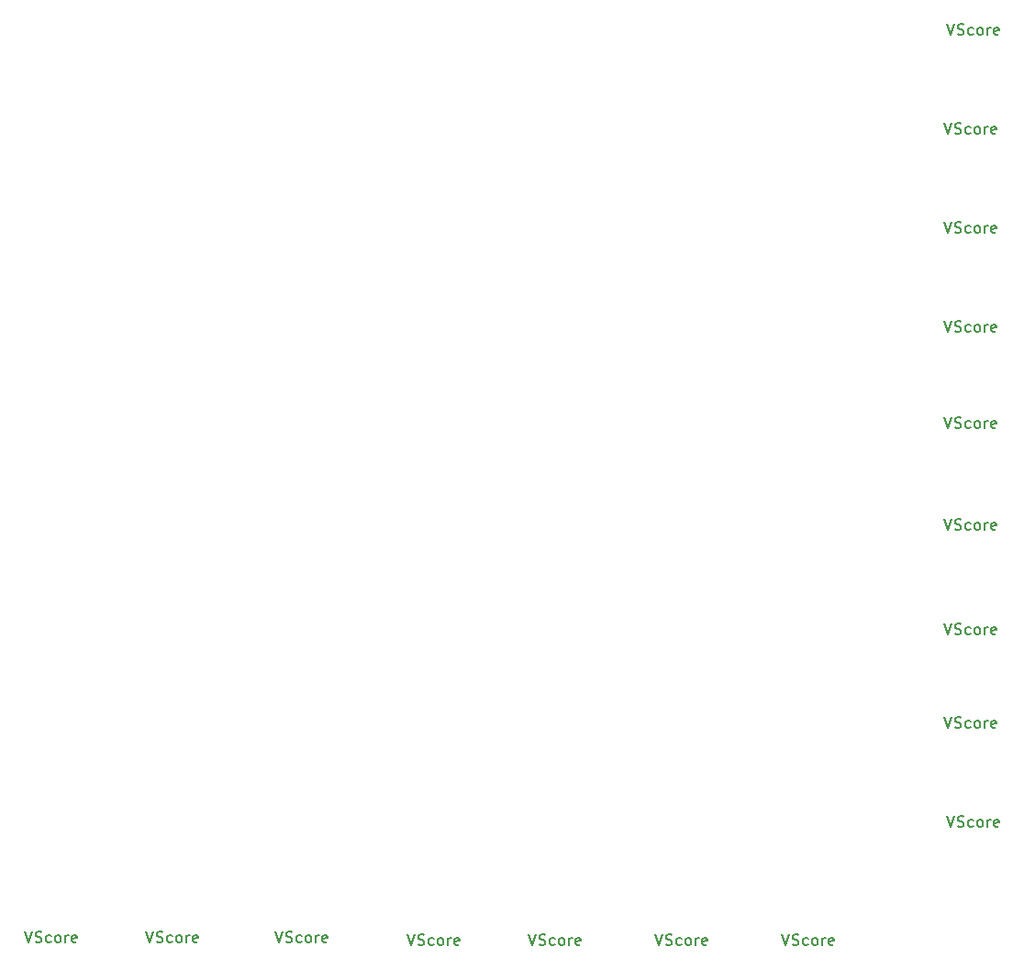
<source format=gbr>
G04 #@! TF.GenerationSoftware,KiCad,Pcbnew,(5.1.4)-1*
G04 #@! TF.CreationDate,2020-04-16T14:38:52+01:00*
G04 #@! TF.ProjectId,sot23Breakout,736f7432-3342-4726-9561-6b6f75742e6b,rev?*
G04 #@! TF.SameCoordinates,Original*
G04 #@! TF.FileFunction,Other,Comment*
%FSLAX46Y46*%
G04 Gerber Fmt 4.6, Leading zero omitted, Abs format (unit mm)*
G04 Created by KiCad (PCBNEW (5.1.4)-1) date 2020-04-16 14:38:52*
%MOMM*%
%LPD*%
G04 APERTURE LIST*
%ADD10C,0.150000*%
G04 APERTURE END LIST*
D10*
X148955428Y-53554380D02*
X149288761Y-54554380D01*
X149622095Y-53554380D01*
X149907809Y-54506761D02*
X150050666Y-54554380D01*
X150288761Y-54554380D01*
X150384000Y-54506761D01*
X150431619Y-54459142D01*
X150479238Y-54363904D01*
X150479238Y-54268666D01*
X150431619Y-54173428D01*
X150384000Y-54125809D01*
X150288761Y-54078190D01*
X150098285Y-54030571D01*
X150003047Y-53982952D01*
X149955428Y-53935333D01*
X149907809Y-53840095D01*
X149907809Y-53744857D01*
X149955428Y-53649619D01*
X150003047Y-53602000D01*
X150098285Y-53554380D01*
X150336380Y-53554380D01*
X150479238Y-53602000D01*
X151336380Y-54506761D02*
X151241142Y-54554380D01*
X151050666Y-54554380D01*
X150955428Y-54506761D01*
X150907809Y-54459142D01*
X150860190Y-54363904D01*
X150860190Y-54078190D01*
X150907809Y-53982952D01*
X150955428Y-53935333D01*
X151050666Y-53887714D01*
X151241142Y-53887714D01*
X151336380Y-53935333D01*
X151907809Y-54554380D02*
X151812571Y-54506761D01*
X151764952Y-54459142D01*
X151717333Y-54363904D01*
X151717333Y-54078190D01*
X151764952Y-53982952D01*
X151812571Y-53935333D01*
X151907809Y-53887714D01*
X152050666Y-53887714D01*
X152145904Y-53935333D01*
X152193523Y-53982952D01*
X152241142Y-54078190D01*
X152241142Y-54363904D01*
X152193523Y-54459142D01*
X152145904Y-54506761D01*
X152050666Y-54554380D01*
X151907809Y-54554380D01*
X152669714Y-54554380D02*
X152669714Y-53887714D01*
X152669714Y-54078190D02*
X152717333Y-53982952D01*
X152764952Y-53935333D01*
X152860190Y-53887714D01*
X152955428Y-53887714D01*
X153669714Y-54506761D02*
X153574476Y-54554380D01*
X153384000Y-54554380D01*
X153288761Y-54506761D01*
X153241142Y-54411523D01*
X153241142Y-54030571D01*
X153288761Y-53935333D01*
X153384000Y-53887714D01*
X153574476Y-53887714D01*
X153669714Y-53935333D01*
X153717333Y-54030571D01*
X153717333Y-54125809D01*
X153241142Y-54221047D01*
X148701428Y-62698380D02*
X149034761Y-63698380D01*
X149368095Y-62698380D01*
X149653809Y-63650761D02*
X149796666Y-63698380D01*
X150034761Y-63698380D01*
X150130000Y-63650761D01*
X150177619Y-63603142D01*
X150225238Y-63507904D01*
X150225238Y-63412666D01*
X150177619Y-63317428D01*
X150130000Y-63269809D01*
X150034761Y-63222190D01*
X149844285Y-63174571D01*
X149749047Y-63126952D01*
X149701428Y-63079333D01*
X149653809Y-62984095D01*
X149653809Y-62888857D01*
X149701428Y-62793619D01*
X149749047Y-62746000D01*
X149844285Y-62698380D01*
X150082380Y-62698380D01*
X150225238Y-62746000D01*
X151082380Y-63650761D02*
X150987142Y-63698380D01*
X150796666Y-63698380D01*
X150701428Y-63650761D01*
X150653809Y-63603142D01*
X150606190Y-63507904D01*
X150606190Y-63222190D01*
X150653809Y-63126952D01*
X150701428Y-63079333D01*
X150796666Y-63031714D01*
X150987142Y-63031714D01*
X151082380Y-63079333D01*
X151653809Y-63698380D02*
X151558571Y-63650761D01*
X151510952Y-63603142D01*
X151463333Y-63507904D01*
X151463333Y-63222190D01*
X151510952Y-63126952D01*
X151558571Y-63079333D01*
X151653809Y-63031714D01*
X151796666Y-63031714D01*
X151891904Y-63079333D01*
X151939523Y-63126952D01*
X151987142Y-63222190D01*
X151987142Y-63507904D01*
X151939523Y-63603142D01*
X151891904Y-63650761D01*
X151796666Y-63698380D01*
X151653809Y-63698380D01*
X152415714Y-63698380D02*
X152415714Y-63031714D01*
X152415714Y-63222190D02*
X152463333Y-63126952D01*
X152510952Y-63079333D01*
X152606190Y-63031714D01*
X152701428Y-63031714D01*
X153415714Y-63650761D02*
X153320476Y-63698380D01*
X153130000Y-63698380D01*
X153034761Y-63650761D01*
X152987142Y-63555523D01*
X152987142Y-63174571D01*
X153034761Y-63079333D01*
X153130000Y-63031714D01*
X153320476Y-63031714D01*
X153415714Y-63079333D01*
X153463333Y-63174571D01*
X153463333Y-63269809D01*
X152987142Y-63365047D01*
X148701428Y-71842380D02*
X149034761Y-72842380D01*
X149368095Y-71842380D01*
X149653809Y-72794761D02*
X149796666Y-72842380D01*
X150034761Y-72842380D01*
X150130000Y-72794761D01*
X150177619Y-72747142D01*
X150225238Y-72651904D01*
X150225238Y-72556666D01*
X150177619Y-72461428D01*
X150130000Y-72413809D01*
X150034761Y-72366190D01*
X149844285Y-72318571D01*
X149749047Y-72270952D01*
X149701428Y-72223333D01*
X149653809Y-72128095D01*
X149653809Y-72032857D01*
X149701428Y-71937619D01*
X149749047Y-71890000D01*
X149844285Y-71842380D01*
X150082380Y-71842380D01*
X150225238Y-71890000D01*
X151082380Y-72794761D02*
X150987142Y-72842380D01*
X150796666Y-72842380D01*
X150701428Y-72794761D01*
X150653809Y-72747142D01*
X150606190Y-72651904D01*
X150606190Y-72366190D01*
X150653809Y-72270952D01*
X150701428Y-72223333D01*
X150796666Y-72175714D01*
X150987142Y-72175714D01*
X151082380Y-72223333D01*
X151653809Y-72842380D02*
X151558571Y-72794761D01*
X151510952Y-72747142D01*
X151463333Y-72651904D01*
X151463333Y-72366190D01*
X151510952Y-72270952D01*
X151558571Y-72223333D01*
X151653809Y-72175714D01*
X151796666Y-72175714D01*
X151891904Y-72223333D01*
X151939523Y-72270952D01*
X151987142Y-72366190D01*
X151987142Y-72651904D01*
X151939523Y-72747142D01*
X151891904Y-72794761D01*
X151796666Y-72842380D01*
X151653809Y-72842380D01*
X152415714Y-72842380D02*
X152415714Y-72175714D01*
X152415714Y-72366190D02*
X152463333Y-72270952D01*
X152510952Y-72223333D01*
X152606190Y-72175714D01*
X152701428Y-72175714D01*
X153415714Y-72794761D02*
X153320476Y-72842380D01*
X153130000Y-72842380D01*
X153034761Y-72794761D01*
X152987142Y-72699523D01*
X152987142Y-72318571D01*
X153034761Y-72223333D01*
X153130000Y-72175714D01*
X153320476Y-72175714D01*
X153415714Y-72223333D01*
X153463333Y-72318571D01*
X153463333Y-72413809D01*
X152987142Y-72509047D01*
X148701428Y-80986380D02*
X149034761Y-81986380D01*
X149368095Y-80986380D01*
X149653809Y-81938761D02*
X149796666Y-81986380D01*
X150034761Y-81986380D01*
X150130000Y-81938761D01*
X150177619Y-81891142D01*
X150225238Y-81795904D01*
X150225238Y-81700666D01*
X150177619Y-81605428D01*
X150130000Y-81557809D01*
X150034761Y-81510190D01*
X149844285Y-81462571D01*
X149749047Y-81414952D01*
X149701428Y-81367333D01*
X149653809Y-81272095D01*
X149653809Y-81176857D01*
X149701428Y-81081619D01*
X149749047Y-81034000D01*
X149844285Y-80986380D01*
X150082380Y-80986380D01*
X150225238Y-81034000D01*
X151082380Y-81938761D02*
X150987142Y-81986380D01*
X150796666Y-81986380D01*
X150701428Y-81938761D01*
X150653809Y-81891142D01*
X150606190Y-81795904D01*
X150606190Y-81510190D01*
X150653809Y-81414952D01*
X150701428Y-81367333D01*
X150796666Y-81319714D01*
X150987142Y-81319714D01*
X151082380Y-81367333D01*
X151653809Y-81986380D02*
X151558571Y-81938761D01*
X151510952Y-81891142D01*
X151463333Y-81795904D01*
X151463333Y-81510190D01*
X151510952Y-81414952D01*
X151558571Y-81367333D01*
X151653809Y-81319714D01*
X151796666Y-81319714D01*
X151891904Y-81367333D01*
X151939523Y-81414952D01*
X151987142Y-81510190D01*
X151987142Y-81795904D01*
X151939523Y-81891142D01*
X151891904Y-81938761D01*
X151796666Y-81986380D01*
X151653809Y-81986380D01*
X152415714Y-81986380D02*
X152415714Y-81319714D01*
X152415714Y-81510190D02*
X152463333Y-81414952D01*
X152510952Y-81367333D01*
X152606190Y-81319714D01*
X152701428Y-81319714D01*
X153415714Y-81938761D02*
X153320476Y-81986380D01*
X153130000Y-81986380D01*
X153034761Y-81938761D01*
X152987142Y-81843523D01*
X152987142Y-81462571D01*
X153034761Y-81367333D01*
X153130000Y-81319714D01*
X153320476Y-81319714D01*
X153415714Y-81367333D01*
X153463333Y-81462571D01*
X153463333Y-81557809D01*
X152987142Y-81653047D01*
X148701428Y-89876380D02*
X149034761Y-90876380D01*
X149368095Y-89876380D01*
X149653809Y-90828761D02*
X149796666Y-90876380D01*
X150034761Y-90876380D01*
X150130000Y-90828761D01*
X150177619Y-90781142D01*
X150225238Y-90685904D01*
X150225238Y-90590666D01*
X150177619Y-90495428D01*
X150130000Y-90447809D01*
X150034761Y-90400190D01*
X149844285Y-90352571D01*
X149749047Y-90304952D01*
X149701428Y-90257333D01*
X149653809Y-90162095D01*
X149653809Y-90066857D01*
X149701428Y-89971619D01*
X149749047Y-89924000D01*
X149844285Y-89876380D01*
X150082380Y-89876380D01*
X150225238Y-89924000D01*
X151082380Y-90828761D02*
X150987142Y-90876380D01*
X150796666Y-90876380D01*
X150701428Y-90828761D01*
X150653809Y-90781142D01*
X150606190Y-90685904D01*
X150606190Y-90400190D01*
X150653809Y-90304952D01*
X150701428Y-90257333D01*
X150796666Y-90209714D01*
X150987142Y-90209714D01*
X151082380Y-90257333D01*
X151653809Y-90876380D02*
X151558571Y-90828761D01*
X151510952Y-90781142D01*
X151463333Y-90685904D01*
X151463333Y-90400190D01*
X151510952Y-90304952D01*
X151558571Y-90257333D01*
X151653809Y-90209714D01*
X151796666Y-90209714D01*
X151891904Y-90257333D01*
X151939523Y-90304952D01*
X151987142Y-90400190D01*
X151987142Y-90685904D01*
X151939523Y-90781142D01*
X151891904Y-90828761D01*
X151796666Y-90876380D01*
X151653809Y-90876380D01*
X152415714Y-90876380D02*
X152415714Y-90209714D01*
X152415714Y-90400190D02*
X152463333Y-90304952D01*
X152510952Y-90257333D01*
X152606190Y-90209714D01*
X152701428Y-90209714D01*
X153415714Y-90828761D02*
X153320476Y-90876380D01*
X153130000Y-90876380D01*
X153034761Y-90828761D01*
X152987142Y-90733523D01*
X152987142Y-90352571D01*
X153034761Y-90257333D01*
X153130000Y-90209714D01*
X153320476Y-90209714D01*
X153415714Y-90257333D01*
X153463333Y-90352571D01*
X153463333Y-90447809D01*
X152987142Y-90543047D01*
X148701428Y-99274380D02*
X149034761Y-100274380D01*
X149368095Y-99274380D01*
X149653809Y-100226761D02*
X149796666Y-100274380D01*
X150034761Y-100274380D01*
X150130000Y-100226761D01*
X150177619Y-100179142D01*
X150225238Y-100083904D01*
X150225238Y-99988666D01*
X150177619Y-99893428D01*
X150130000Y-99845809D01*
X150034761Y-99798190D01*
X149844285Y-99750571D01*
X149749047Y-99702952D01*
X149701428Y-99655333D01*
X149653809Y-99560095D01*
X149653809Y-99464857D01*
X149701428Y-99369619D01*
X149749047Y-99322000D01*
X149844285Y-99274380D01*
X150082380Y-99274380D01*
X150225238Y-99322000D01*
X151082380Y-100226761D02*
X150987142Y-100274380D01*
X150796666Y-100274380D01*
X150701428Y-100226761D01*
X150653809Y-100179142D01*
X150606190Y-100083904D01*
X150606190Y-99798190D01*
X150653809Y-99702952D01*
X150701428Y-99655333D01*
X150796666Y-99607714D01*
X150987142Y-99607714D01*
X151082380Y-99655333D01*
X151653809Y-100274380D02*
X151558571Y-100226761D01*
X151510952Y-100179142D01*
X151463333Y-100083904D01*
X151463333Y-99798190D01*
X151510952Y-99702952D01*
X151558571Y-99655333D01*
X151653809Y-99607714D01*
X151796666Y-99607714D01*
X151891904Y-99655333D01*
X151939523Y-99702952D01*
X151987142Y-99798190D01*
X151987142Y-100083904D01*
X151939523Y-100179142D01*
X151891904Y-100226761D01*
X151796666Y-100274380D01*
X151653809Y-100274380D01*
X152415714Y-100274380D02*
X152415714Y-99607714D01*
X152415714Y-99798190D02*
X152463333Y-99702952D01*
X152510952Y-99655333D01*
X152606190Y-99607714D01*
X152701428Y-99607714D01*
X153415714Y-100226761D02*
X153320476Y-100274380D01*
X153130000Y-100274380D01*
X153034761Y-100226761D01*
X152987142Y-100131523D01*
X152987142Y-99750571D01*
X153034761Y-99655333D01*
X153130000Y-99607714D01*
X153320476Y-99607714D01*
X153415714Y-99655333D01*
X153463333Y-99750571D01*
X153463333Y-99845809D01*
X152987142Y-99941047D01*
X148701428Y-108926380D02*
X149034761Y-109926380D01*
X149368095Y-108926380D01*
X149653809Y-109878761D02*
X149796666Y-109926380D01*
X150034761Y-109926380D01*
X150130000Y-109878761D01*
X150177619Y-109831142D01*
X150225238Y-109735904D01*
X150225238Y-109640666D01*
X150177619Y-109545428D01*
X150130000Y-109497809D01*
X150034761Y-109450190D01*
X149844285Y-109402571D01*
X149749047Y-109354952D01*
X149701428Y-109307333D01*
X149653809Y-109212095D01*
X149653809Y-109116857D01*
X149701428Y-109021619D01*
X149749047Y-108974000D01*
X149844285Y-108926380D01*
X150082380Y-108926380D01*
X150225238Y-108974000D01*
X151082380Y-109878761D02*
X150987142Y-109926380D01*
X150796666Y-109926380D01*
X150701428Y-109878761D01*
X150653809Y-109831142D01*
X150606190Y-109735904D01*
X150606190Y-109450190D01*
X150653809Y-109354952D01*
X150701428Y-109307333D01*
X150796666Y-109259714D01*
X150987142Y-109259714D01*
X151082380Y-109307333D01*
X151653809Y-109926380D02*
X151558571Y-109878761D01*
X151510952Y-109831142D01*
X151463333Y-109735904D01*
X151463333Y-109450190D01*
X151510952Y-109354952D01*
X151558571Y-109307333D01*
X151653809Y-109259714D01*
X151796666Y-109259714D01*
X151891904Y-109307333D01*
X151939523Y-109354952D01*
X151987142Y-109450190D01*
X151987142Y-109735904D01*
X151939523Y-109831142D01*
X151891904Y-109878761D01*
X151796666Y-109926380D01*
X151653809Y-109926380D01*
X152415714Y-109926380D02*
X152415714Y-109259714D01*
X152415714Y-109450190D02*
X152463333Y-109354952D01*
X152510952Y-109307333D01*
X152606190Y-109259714D01*
X152701428Y-109259714D01*
X153415714Y-109878761D02*
X153320476Y-109926380D01*
X153130000Y-109926380D01*
X153034761Y-109878761D01*
X152987142Y-109783523D01*
X152987142Y-109402571D01*
X153034761Y-109307333D01*
X153130000Y-109259714D01*
X153320476Y-109259714D01*
X153415714Y-109307333D01*
X153463333Y-109402571D01*
X153463333Y-109497809D01*
X152987142Y-109593047D01*
X148701428Y-117562380D02*
X149034761Y-118562380D01*
X149368095Y-117562380D01*
X149653809Y-118514761D02*
X149796666Y-118562380D01*
X150034761Y-118562380D01*
X150130000Y-118514761D01*
X150177619Y-118467142D01*
X150225238Y-118371904D01*
X150225238Y-118276666D01*
X150177619Y-118181428D01*
X150130000Y-118133809D01*
X150034761Y-118086190D01*
X149844285Y-118038571D01*
X149749047Y-117990952D01*
X149701428Y-117943333D01*
X149653809Y-117848095D01*
X149653809Y-117752857D01*
X149701428Y-117657619D01*
X149749047Y-117610000D01*
X149844285Y-117562380D01*
X150082380Y-117562380D01*
X150225238Y-117610000D01*
X151082380Y-118514761D02*
X150987142Y-118562380D01*
X150796666Y-118562380D01*
X150701428Y-118514761D01*
X150653809Y-118467142D01*
X150606190Y-118371904D01*
X150606190Y-118086190D01*
X150653809Y-117990952D01*
X150701428Y-117943333D01*
X150796666Y-117895714D01*
X150987142Y-117895714D01*
X151082380Y-117943333D01*
X151653809Y-118562380D02*
X151558571Y-118514761D01*
X151510952Y-118467142D01*
X151463333Y-118371904D01*
X151463333Y-118086190D01*
X151510952Y-117990952D01*
X151558571Y-117943333D01*
X151653809Y-117895714D01*
X151796666Y-117895714D01*
X151891904Y-117943333D01*
X151939523Y-117990952D01*
X151987142Y-118086190D01*
X151987142Y-118371904D01*
X151939523Y-118467142D01*
X151891904Y-118514761D01*
X151796666Y-118562380D01*
X151653809Y-118562380D01*
X152415714Y-118562380D02*
X152415714Y-117895714D01*
X152415714Y-118086190D02*
X152463333Y-117990952D01*
X152510952Y-117943333D01*
X152606190Y-117895714D01*
X152701428Y-117895714D01*
X153415714Y-118514761D02*
X153320476Y-118562380D01*
X153130000Y-118562380D01*
X153034761Y-118514761D01*
X152987142Y-118419523D01*
X152987142Y-118038571D01*
X153034761Y-117943333D01*
X153130000Y-117895714D01*
X153320476Y-117895714D01*
X153415714Y-117943333D01*
X153463333Y-118038571D01*
X153463333Y-118133809D01*
X152987142Y-118229047D01*
X148955428Y-126706380D02*
X149288761Y-127706380D01*
X149622095Y-126706380D01*
X149907809Y-127658761D02*
X150050666Y-127706380D01*
X150288761Y-127706380D01*
X150384000Y-127658761D01*
X150431619Y-127611142D01*
X150479238Y-127515904D01*
X150479238Y-127420666D01*
X150431619Y-127325428D01*
X150384000Y-127277809D01*
X150288761Y-127230190D01*
X150098285Y-127182571D01*
X150003047Y-127134952D01*
X149955428Y-127087333D01*
X149907809Y-126992095D01*
X149907809Y-126896857D01*
X149955428Y-126801619D01*
X150003047Y-126754000D01*
X150098285Y-126706380D01*
X150336380Y-126706380D01*
X150479238Y-126754000D01*
X151336380Y-127658761D02*
X151241142Y-127706380D01*
X151050666Y-127706380D01*
X150955428Y-127658761D01*
X150907809Y-127611142D01*
X150860190Y-127515904D01*
X150860190Y-127230190D01*
X150907809Y-127134952D01*
X150955428Y-127087333D01*
X151050666Y-127039714D01*
X151241142Y-127039714D01*
X151336380Y-127087333D01*
X151907809Y-127706380D02*
X151812571Y-127658761D01*
X151764952Y-127611142D01*
X151717333Y-127515904D01*
X151717333Y-127230190D01*
X151764952Y-127134952D01*
X151812571Y-127087333D01*
X151907809Y-127039714D01*
X152050666Y-127039714D01*
X152145904Y-127087333D01*
X152193523Y-127134952D01*
X152241142Y-127230190D01*
X152241142Y-127515904D01*
X152193523Y-127611142D01*
X152145904Y-127658761D01*
X152050666Y-127706380D01*
X151907809Y-127706380D01*
X152669714Y-127706380D02*
X152669714Y-127039714D01*
X152669714Y-127230190D02*
X152717333Y-127134952D01*
X152764952Y-127087333D01*
X152860190Y-127039714D01*
X152955428Y-127039714D01*
X153669714Y-127658761D02*
X153574476Y-127706380D01*
X153384000Y-127706380D01*
X153288761Y-127658761D01*
X153241142Y-127563523D01*
X153241142Y-127182571D01*
X153288761Y-127087333D01*
X153384000Y-127039714D01*
X153574476Y-127039714D01*
X153669714Y-127087333D01*
X153717333Y-127182571D01*
X153717333Y-127277809D01*
X153241142Y-127373047D01*
X133715428Y-137628380D02*
X134048761Y-138628380D01*
X134382095Y-137628380D01*
X134667809Y-138580761D02*
X134810666Y-138628380D01*
X135048761Y-138628380D01*
X135144000Y-138580761D01*
X135191619Y-138533142D01*
X135239238Y-138437904D01*
X135239238Y-138342666D01*
X135191619Y-138247428D01*
X135144000Y-138199809D01*
X135048761Y-138152190D01*
X134858285Y-138104571D01*
X134763047Y-138056952D01*
X134715428Y-138009333D01*
X134667809Y-137914095D01*
X134667809Y-137818857D01*
X134715428Y-137723619D01*
X134763047Y-137676000D01*
X134858285Y-137628380D01*
X135096380Y-137628380D01*
X135239238Y-137676000D01*
X136096380Y-138580761D02*
X136001142Y-138628380D01*
X135810666Y-138628380D01*
X135715428Y-138580761D01*
X135667809Y-138533142D01*
X135620190Y-138437904D01*
X135620190Y-138152190D01*
X135667809Y-138056952D01*
X135715428Y-138009333D01*
X135810666Y-137961714D01*
X136001142Y-137961714D01*
X136096380Y-138009333D01*
X136667809Y-138628380D02*
X136572571Y-138580761D01*
X136524952Y-138533142D01*
X136477333Y-138437904D01*
X136477333Y-138152190D01*
X136524952Y-138056952D01*
X136572571Y-138009333D01*
X136667809Y-137961714D01*
X136810666Y-137961714D01*
X136905904Y-138009333D01*
X136953523Y-138056952D01*
X137001142Y-138152190D01*
X137001142Y-138437904D01*
X136953523Y-138533142D01*
X136905904Y-138580761D01*
X136810666Y-138628380D01*
X136667809Y-138628380D01*
X137429714Y-138628380D02*
X137429714Y-137961714D01*
X137429714Y-138152190D02*
X137477333Y-138056952D01*
X137524952Y-138009333D01*
X137620190Y-137961714D01*
X137715428Y-137961714D01*
X138429714Y-138580761D02*
X138334476Y-138628380D01*
X138144000Y-138628380D01*
X138048761Y-138580761D01*
X138001142Y-138485523D01*
X138001142Y-138104571D01*
X138048761Y-138009333D01*
X138144000Y-137961714D01*
X138334476Y-137961714D01*
X138429714Y-138009333D01*
X138477333Y-138104571D01*
X138477333Y-138199809D01*
X138001142Y-138295047D01*
X122031428Y-137628380D02*
X122364761Y-138628380D01*
X122698095Y-137628380D01*
X122983809Y-138580761D02*
X123126666Y-138628380D01*
X123364761Y-138628380D01*
X123460000Y-138580761D01*
X123507619Y-138533142D01*
X123555238Y-138437904D01*
X123555238Y-138342666D01*
X123507619Y-138247428D01*
X123460000Y-138199809D01*
X123364761Y-138152190D01*
X123174285Y-138104571D01*
X123079047Y-138056952D01*
X123031428Y-138009333D01*
X122983809Y-137914095D01*
X122983809Y-137818857D01*
X123031428Y-137723619D01*
X123079047Y-137676000D01*
X123174285Y-137628380D01*
X123412380Y-137628380D01*
X123555238Y-137676000D01*
X124412380Y-138580761D02*
X124317142Y-138628380D01*
X124126666Y-138628380D01*
X124031428Y-138580761D01*
X123983809Y-138533142D01*
X123936190Y-138437904D01*
X123936190Y-138152190D01*
X123983809Y-138056952D01*
X124031428Y-138009333D01*
X124126666Y-137961714D01*
X124317142Y-137961714D01*
X124412380Y-138009333D01*
X124983809Y-138628380D02*
X124888571Y-138580761D01*
X124840952Y-138533142D01*
X124793333Y-138437904D01*
X124793333Y-138152190D01*
X124840952Y-138056952D01*
X124888571Y-138009333D01*
X124983809Y-137961714D01*
X125126666Y-137961714D01*
X125221904Y-138009333D01*
X125269523Y-138056952D01*
X125317142Y-138152190D01*
X125317142Y-138437904D01*
X125269523Y-138533142D01*
X125221904Y-138580761D01*
X125126666Y-138628380D01*
X124983809Y-138628380D01*
X125745714Y-138628380D02*
X125745714Y-137961714D01*
X125745714Y-138152190D02*
X125793333Y-138056952D01*
X125840952Y-138009333D01*
X125936190Y-137961714D01*
X126031428Y-137961714D01*
X126745714Y-138580761D02*
X126650476Y-138628380D01*
X126460000Y-138628380D01*
X126364761Y-138580761D01*
X126317142Y-138485523D01*
X126317142Y-138104571D01*
X126364761Y-138009333D01*
X126460000Y-137961714D01*
X126650476Y-137961714D01*
X126745714Y-138009333D01*
X126793333Y-138104571D01*
X126793333Y-138199809D01*
X126317142Y-138295047D01*
X110347428Y-137628380D02*
X110680761Y-138628380D01*
X111014095Y-137628380D01*
X111299809Y-138580761D02*
X111442666Y-138628380D01*
X111680761Y-138628380D01*
X111776000Y-138580761D01*
X111823619Y-138533142D01*
X111871238Y-138437904D01*
X111871238Y-138342666D01*
X111823619Y-138247428D01*
X111776000Y-138199809D01*
X111680761Y-138152190D01*
X111490285Y-138104571D01*
X111395047Y-138056952D01*
X111347428Y-138009333D01*
X111299809Y-137914095D01*
X111299809Y-137818857D01*
X111347428Y-137723619D01*
X111395047Y-137676000D01*
X111490285Y-137628380D01*
X111728380Y-137628380D01*
X111871238Y-137676000D01*
X112728380Y-138580761D02*
X112633142Y-138628380D01*
X112442666Y-138628380D01*
X112347428Y-138580761D01*
X112299809Y-138533142D01*
X112252190Y-138437904D01*
X112252190Y-138152190D01*
X112299809Y-138056952D01*
X112347428Y-138009333D01*
X112442666Y-137961714D01*
X112633142Y-137961714D01*
X112728380Y-138009333D01*
X113299809Y-138628380D02*
X113204571Y-138580761D01*
X113156952Y-138533142D01*
X113109333Y-138437904D01*
X113109333Y-138152190D01*
X113156952Y-138056952D01*
X113204571Y-138009333D01*
X113299809Y-137961714D01*
X113442666Y-137961714D01*
X113537904Y-138009333D01*
X113585523Y-138056952D01*
X113633142Y-138152190D01*
X113633142Y-138437904D01*
X113585523Y-138533142D01*
X113537904Y-138580761D01*
X113442666Y-138628380D01*
X113299809Y-138628380D01*
X114061714Y-138628380D02*
X114061714Y-137961714D01*
X114061714Y-138152190D02*
X114109333Y-138056952D01*
X114156952Y-138009333D01*
X114252190Y-137961714D01*
X114347428Y-137961714D01*
X115061714Y-138580761D02*
X114966476Y-138628380D01*
X114776000Y-138628380D01*
X114680761Y-138580761D01*
X114633142Y-138485523D01*
X114633142Y-138104571D01*
X114680761Y-138009333D01*
X114776000Y-137961714D01*
X114966476Y-137961714D01*
X115061714Y-138009333D01*
X115109333Y-138104571D01*
X115109333Y-138199809D01*
X114633142Y-138295047D01*
X99171428Y-137628380D02*
X99504761Y-138628380D01*
X99838095Y-137628380D01*
X100123809Y-138580761D02*
X100266666Y-138628380D01*
X100504761Y-138628380D01*
X100600000Y-138580761D01*
X100647619Y-138533142D01*
X100695238Y-138437904D01*
X100695238Y-138342666D01*
X100647619Y-138247428D01*
X100600000Y-138199809D01*
X100504761Y-138152190D01*
X100314285Y-138104571D01*
X100219047Y-138056952D01*
X100171428Y-138009333D01*
X100123809Y-137914095D01*
X100123809Y-137818857D01*
X100171428Y-137723619D01*
X100219047Y-137676000D01*
X100314285Y-137628380D01*
X100552380Y-137628380D01*
X100695238Y-137676000D01*
X101552380Y-138580761D02*
X101457142Y-138628380D01*
X101266666Y-138628380D01*
X101171428Y-138580761D01*
X101123809Y-138533142D01*
X101076190Y-138437904D01*
X101076190Y-138152190D01*
X101123809Y-138056952D01*
X101171428Y-138009333D01*
X101266666Y-137961714D01*
X101457142Y-137961714D01*
X101552380Y-138009333D01*
X102123809Y-138628380D02*
X102028571Y-138580761D01*
X101980952Y-138533142D01*
X101933333Y-138437904D01*
X101933333Y-138152190D01*
X101980952Y-138056952D01*
X102028571Y-138009333D01*
X102123809Y-137961714D01*
X102266666Y-137961714D01*
X102361904Y-138009333D01*
X102409523Y-138056952D01*
X102457142Y-138152190D01*
X102457142Y-138437904D01*
X102409523Y-138533142D01*
X102361904Y-138580761D01*
X102266666Y-138628380D01*
X102123809Y-138628380D01*
X102885714Y-138628380D02*
X102885714Y-137961714D01*
X102885714Y-138152190D02*
X102933333Y-138056952D01*
X102980952Y-138009333D01*
X103076190Y-137961714D01*
X103171428Y-137961714D01*
X103885714Y-138580761D02*
X103790476Y-138628380D01*
X103600000Y-138628380D01*
X103504761Y-138580761D01*
X103457142Y-138485523D01*
X103457142Y-138104571D01*
X103504761Y-138009333D01*
X103600000Y-137961714D01*
X103790476Y-137961714D01*
X103885714Y-138009333D01*
X103933333Y-138104571D01*
X103933333Y-138199809D01*
X103457142Y-138295047D01*
X86979428Y-137374380D02*
X87312761Y-138374380D01*
X87646095Y-137374380D01*
X87931809Y-138326761D02*
X88074666Y-138374380D01*
X88312761Y-138374380D01*
X88408000Y-138326761D01*
X88455619Y-138279142D01*
X88503238Y-138183904D01*
X88503238Y-138088666D01*
X88455619Y-137993428D01*
X88408000Y-137945809D01*
X88312761Y-137898190D01*
X88122285Y-137850571D01*
X88027047Y-137802952D01*
X87979428Y-137755333D01*
X87931809Y-137660095D01*
X87931809Y-137564857D01*
X87979428Y-137469619D01*
X88027047Y-137422000D01*
X88122285Y-137374380D01*
X88360380Y-137374380D01*
X88503238Y-137422000D01*
X89360380Y-138326761D02*
X89265142Y-138374380D01*
X89074666Y-138374380D01*
X88979428Y-138326761D01*
X88931809Y-138279142D01*
X88884190Y-138183904D01*
X88884190Y-137898190D01*
X88931809Y-137802952D01*
X88979428Y-137755333D01*
X89074666Y-137707714D01*
X89265142Y-137707714D01*
X89360380Y-137755333D01*
X89931809Y-138374380D02*
X89836571Y-138326761D01*
X89788952Y-138279142D01*
X89741333Y-138183904D01*
X89741333Y-137898190D01*
X89788952Y-137802952D01*
X89836571Y-137755333D01*
X89931809Y-137707714D01*
X90074666Y-137707714D01*
X90169904Y-137755333D01*
X90217523Y-137802952D01*
X90265142Y-137898190D01*
X90265142Y-138183904D01*
X90217523Y-138279142D01*
X90169904Y-138326761D01*
X90074666Y-138374380D01*
X89931809Y-138374380D01*
X90693714Y-138374380D02*
X90693714Y-137707714D01*
X90693714Y-137898190D02*
X90741333Y-137802952D01*
X90788952Y-137755333D01*
X90884190Y-137707714D01*
X90979428Y-137707714D01*
X91693714Y-138326761D02*
X91598476Y-138374380D01*
X91408000Y-138374380D01*
X91312761Y-138326761D01*
X91265142Y-138231523D01*
X91265142Y-137850571D01*
X91312761Y-137755333D01*
X91408000Y-137707714D01*
X91598476Y-137707714D01*
X91693714Y-137755333D01*
X91741333Y-137850571D01*
X91741333Y-137945809D01*
X91265142Y-138041047D01*
X75041428Y-137374380D02*
X75374761Y-138374380D01*
X75708095Y-137374380D01*
X75993809Y-138326761D02*
X76136666Y-138374380D01*
X76374761Y-138374380D01*
X76470000Y-138326761D01*
X76517619Y-138279142D01*
X76565238Y-138183904D01*
X76565238Y-138088666D01*
X76517619Y-137993428D01*
X76470000Y-137945809D01*
X76374761Y-137898190D01*
X76184285Y-137850571D01*
X76089047Y-137802952D01*
X76041428Y-137755333D01*
X75993809Y-137660095D01*
X75993809Y-137564857D01*
X76041428Y-137469619D01*
X76089047Y-137422000D01*
X76184285Y-137374380D01*
X76422380Y-137374380D01*
X76565238Y-137422000D01*
X77422380Y-138326761D02*
X77327142Y-138374380D01*
X77136666Y-138374380D01*
X77041428Y-138326761D01*
X76993809Y-138279142D01*
X76946190Y-138183904D01*
X76946190Y-137898190D01*
X76993809Y-137802952D01*
X77041428Y-137755333D01*
X77136666Y-137707714D01*
X77327142Y-137707714D01*
X77422380Y-137755333D01*
X77993809Y-138374380D02*
X77898571Y-138326761D01*
X77850952Y-138279142D01*
X77803333Y-138183904D01*
X77803333Y-137898190D01*
X77850952Y-137802952D01*
X77898571Y-137755333D01*
X77993809Y-137707714D01*
X78136666Y-137707714D01*
X78231904Y-137755333D01*
X78279523Y-137802952D01*
X78327142Y-137898190D01*
X78327142Y-138183904D01*
X78279523Y-138279142D01*
X78231904Y-138326761D01*
X78136666Y-138374380D01*
X77993809Y-138374380D01*
X78755714Y-138374380D02*
X78755714Y-137707714D01*
X78755714Y-137898190D02*
X78803333Y-137802952D01*
X78850952Y-137755333D01*
X78946190Y-137707714D01*
X79041428Y-137707714D01*
X79755714Y-138326761D02*
X79660476Y-138374380D01*
X79470000Y-138374380D01*
X79374761Y-138326761D01*
X79327142Y-138231523D01*
X79327142Y-137850571D01*
X79374761Y-137755333D01*
X79470000Y-137707714D01*
X79660476Y-137707714D01*
X79755714Y-137755333D01*
X79803333Y-137850571D01*
X79803333Y-137945809D01*
X79327142Y-138041047D01*
X63865428Y-137374380D02*
X64198761Y-138374380D01*
X64532095Y-137374380D01*
X64817809Y-138326761D02*
X64960666Y-138374380D01*
X65198761Y-138374380D01*
X65294000Y-138326761D01*
X65341619Y-138279142D01*
X65389238Y-138183904D01*
X65389238Y-138088666D01*
X65341619Y-137993428D01*
X65294000Y-137945809D01*
X65198761Y-137898190D01*
X65008285Y-137850571D01*
X64913047Y-137802952D01*
X64865428Y-137755333D01*
X64817809Y-137660095D01*
X64817809Y-137564857D01*
X64865428Y-137469619D01*
X64913047Y-137422000D01*
X65008285Y-137374380D01*
X65246380Y-137374380D01*
X65389238Y-137422000D01*
X66246380Y-138326761D02*
X66151142Y-138374380D01*
X65960666Y-138374380D01*
X65865428Y-138326761D01*
X65817809Y-138279142D01*
X65770190Y-138183904D01*
X65770190Y-137898190D01*
X65817809Y-137802952D01*
X65865428Y-137755333D01*
X65960666Y-137707714D01*
X66151142Y-137707714D01*
X66246380Y-137755333D01*
X66817809Y-138374380D02*
X66722571Y-138326761D01*
X66674952Y-138279142D01*
X66627333Y-138183904D01*
X66627333Y-137898190D01*
X66674952Y-137802952D01*
X66722571Y-137755333D01*
X66817809Y-137707714D01*
X66960666Y-137707714D01*
X67055904Y-137755333D01*
X67103523Y-137802952D01*
X67151142Y-137898190D01*
X67151142Y-138183904D01*
X67103523Y-138279142D01*
X67055904Y-138326761D01*
X66960666Y-138374380D01*
X66817809Y-138374380D01*
X67579714Y-138374380D02*
X67579714Y-137707714D01*
X67579714Y-137898190D02*
X67627333Y-137802952D01*
X67674952Y-137755333D01*
X67770190Y-137707714D01*
X67865428Y-137707714D01*
X68579714Y-138326761D02*
X68484476Y-138374380D01*
X68294000Y-138374380D01*
X68198761Y-138326761D01*
X68151142Y-138231523D01*
X68151142Y-137850571D01*
X68198761Y-137755333D01*
X68294000Y-137707714D01*
X68484476Y-137707714D01*
X68579714Y-137755333D01*
X68627333Y-137850571D01*
X68627333Y-137945809D01*
X68151142Y-138041047D01*
M02*

</source>
